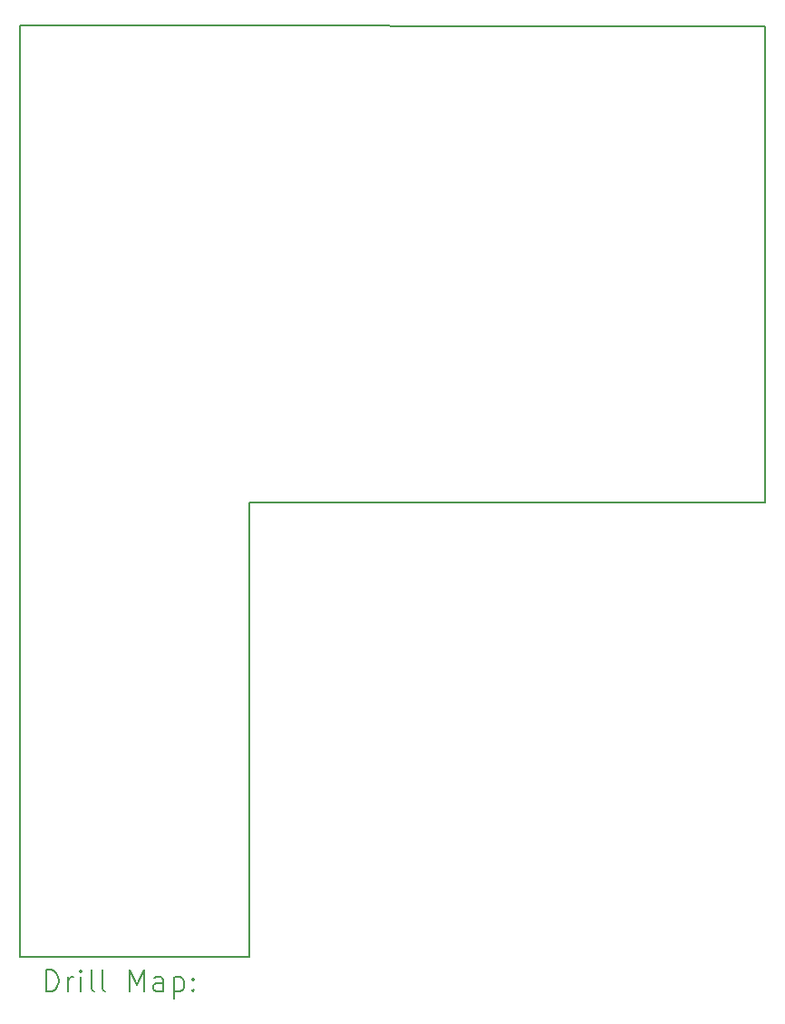
<source format=gbr>
%FSLAX45Y45*%
G04 Gerber Fmt 4.5, Leading zero omitted, Abs format (unit mm)*
G04 Created by KiCad (PCBNEW (6.0.5)) date 2022-12-14 22:29:43*
%MOMM*%
%LPD*%
G01*
G04 APERTURE LIST*
%TA.AperFunction,Profile*%
%ADD10C,0.152400*%
%TD*%
%ADD11C,0.200000*%
G04 APERTURE END LIST*
D10*
X11625110Y-6150360D02*
X11625110Y-14850360D01*
X13775110Y-14850360D02*
X13775110Y-10604500D01*
X18592800Y-10601340D02*
X18592800Y-6159500D01*
X13775110Y-10604500D02*
X18592800Y-10601340D01*
X11625110Y-14850360D02*
X13775110Y-14850360D01*
X18592800Y-6159500D02*
X11625110Y-6150360D01*
D11*
X11875109Y-15168456D02*
X11875109Y-14968456D01*
X11922728Y-14968456D01*
X11951299Y-14977980D01*
X11970347Y-14997028D01*
X11979871Y-15016075D01*
X11989395Y-15054170D01*
X11989395Y-15082742D01*
X11979871Y-15120837D01*
X11970347Y-15139885D01*
X11951299Y-15158932D01*
X11922728Y-15168456D01*
X11875109Y-15168456D01*
X12075109Y-15168456D02*
X12075109Y-15035123D01*
X12075109Y-15073218D02*
X12084633Y-15054170D01*
X12094157Y-15044647D01*
X12113204Y-15035123D01*
X12132252Y-15035123D01*
X12198918Y-15168456D02*
X12198918Y-15035123D01*
X12198918Y-14968456D02*
X12189395Y-14977980D01*
X12198918Y-14987504D01*
X12208442Y-14977980D01*
X12198918Y-14968456D01*
X12198918Y-14987504D01*
X12322728Y-15168456D02*
X12303680Y-15158932D01*
X12294157Y-15139885D01*
X12294157Y-14968456D01*
X12427490Y-15168456D02*
X12408442Y-15158932D01*
X12398918Y-15139885D01*
X12398918Y-14968456D01*
X12656061Y-15168456D02*
X12656061Y-14968456D01*
X12722728Y-15111313D01*
X12789395Y-14968456D01*
X12789395Y-15168456D01*
X12970347Y-15168456D02*
X12970347Y-15063694D01*
X12960823Y-15044647D01*
X12941776Y-15035123D01*
X12903680Y-15035123D01*
X12884633Y-15044647D01*
X12970347Y-15158932D02*
X12951299Y-15168456D01*
X12903680Y-15168456D01*
X12884633Y-15158932D01*
X12875109Y-15139885D01*
X12875109Y-15120837D01*
X12884633Y-15101789D01*
X12903680Y-15092266D01*
X12951299Y-15092266D01*
X12970347Y-15082742D01*
X13065585Y-15035123D02*
X13065585Y-15235123D01*
X13065585Y-15044647D02*
X13084633Y-15035123D01*
X13122728Y-15035123D01*
X13141776Y-15044647D01*
X13151299Y-15054170D01*
X13160823Y-15073218D01*
X13160823Y-15130361D01*
X13151299Y-15149408D01*
X13141776Y-15158932D01*
X13122728Y-15168456D01*
X13084633Y-15168456D01*
X13065585Y-15158932D01*
X13246538Y-15149408D02*
X13256061Y-15158932D01*
X13246538Y-15168456D01*
X13237014Y-15158932D01*
X13246538Y-15149408D01*
X13246538Y-15168456D01*
X13246538Y-15044647D02*
X13256061Y-15054170D01*
X13246538Y-15063694D01*
X13237014Y-15054170D01*
X13246538Y-15044647D01*
X13246538Y-15063694D01*
M02*

</source>
